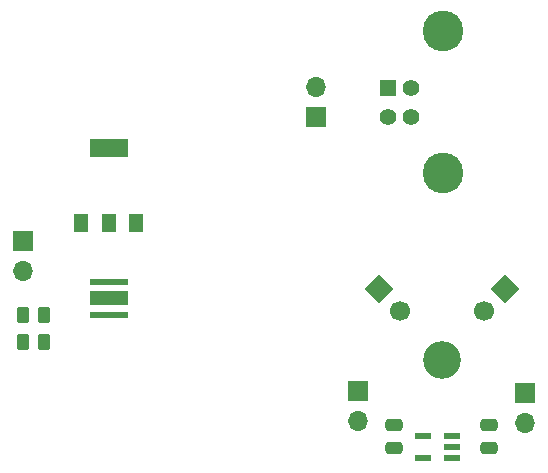
<source format=gts>
%TF.GenerationSoftware,KiCad,Pcbnew,7.0.5*%
%TF.CreationDate,2024-02-12T20:36:51+02:00*%
%TF.ProjectId,Desk Lamp,4465736b-204c-4616-9d70-2e6b69636164,rev?*%
%TF.SameCoordinates,Original*%
%TF.FileFunction,Soldermask,Top*%
%TF.FilePolarity,Negative*%
%FSLAX46Y46*%
G04 Gerber Fmt 4.6, Leading zero omitted, Abs format (unit mm)*
G04 Created by KiCad (PCBNEW 7.0.5) date 2024-02-12 20:36:51*
%MOMM*%
%LPD*%
G01*
G04 APERTURE LIST*
G04 Aperture macros list*
%AMRoundRect*
0 Rectangle with rounded corners*
0 $1 Rounding radius*
0 $2 $3 $4 $5 $6 $7 $8 $9 X,Y pos of 4 corners*
0 Add a 4 corners polygon primitive as box body*
4,1,4,$2,$3,$4,$5,$6,$7,$8,$9,$2,$3,0*
0 Add four circle primitives for the rounded corners*
1,1,$1+$1,$2,$3*
1,1,$1+$1,$4,$5*
1,1,$1+$1,$6,$7*
1,1,$1+$1,$8,$9*
0 Add four rect primitives between the rounded corners*
20,1,$1+$1,$2,$3,$4,$5,0*
20,1,$1+$1,$4,$5,$6,$7,0*
20,1,$1+$1,$6,$7,$8,$9,0*
20,1,$1+$1,$8,$9,$2,$3,0*%
%AMHorizOval*
0 Thick line with rounded ends*
0 $1 width*
0 $2 $3 position (X,Y) of the first rounded end (center of the circle)*
0 $4 $5 position (X,Y) of the second rounded end (center of the circle)*
0 Add line between two ends*
20,1,$1,$2,$3,$4,$5,0*
0 Add two circle primitives to create the rounded ends*
1,1,$1,$2,$3*
1,1,$1,$4,$5*%
%AMRotRect*
0 Rectangle, with rotation*
0 The origin of the aperture is its center*
0 $1 length*
0 $2 width*
0 $3 Rotation angle, in degrees counterclockwise*
0 Add horizontal line*
21,1,$1,$2,0,0,$3*%
G04 Aperture macros list end*
%ADD10R,1.700000X1.700000*%
%ADD11O,1.700000X1.700000*%
%ADD12R,1.200000X1.500000*%
%ADD13R,3.300000X1.500000*%
%ADD14RoundRect,0.250000X-0.475000X0.250000X-0.475000X-0.250000X0.475000X-0.250000X0.475000X0.250000X0*%
%ADD15RotRect,1.700000X1.700000X45.000000*%
%ADD16HorizOval,1.700000X0.000000X0.000000X0.000000X0.000000X0*%
%ADD17RotRect,1.700000X1.700000X315.000000*%
%ADD18HorizOval,1.700000X0.000000X0.000000X0.000000X0.000000X0*%
%ADD19R,1.400000X1.400000*%
%ADD20C,1.400000*%
%ADD21C,3.450000*%
%ADD22RoundRect,0.250000X0.262500X0.450000X-0.262500X0.450000X-0.262500X-0.450000X0.262500X-0.450000X0*%
%ADD23C,3.200000*%
%ADD24R,3.300000X0.500000*%
%ADD25R,3.300000X1.300000*%
%ADD26R,1.400000X0.600000*%
G04 APERTURE END LIST*
D10*
%TO.C,J_{Battery+}1*%
X129336973Y-114853000D03*
D11*
X129336973Y-117393000D03*
%TD*%
D12*
%TO.C,IC1*%
X91812523Y-100498424D03*
X94112523Y-100498424D03*
X96412523Y-100498424D03*
D13*
X94112523Y-94098424D03*
%TD*%
D10*
%TO.C,J_{VUSB+}1*%
X115241973Y-114721000D03*
D11*
X115241973Y-117261000D03*
%TD*%
D14*
%TO.C,C1*%
X118289973Y-117601999D03*
X118289973Y-119501999D03*
%TD*%
D15*
%TO.C,J_{VOUT}1*%
X117005412Y-106077439D03*
D16*
X118801463Y-107873490D03*
%TD*%
D17*
%TO.C,J_{Switch}1*%
X127698535Y-106077439D03*
D18*
X125902484Y-107873490D03*
%TD*%
D19*
%TO.C,J2*%
X117728000Y-88996000D03*
D20*
X117728000Y-91496000D03*
X119728000Y-91496000D03*
X119728000Y-88996000D03*
D21*
X122428000Y-84226000D03*
X122428000Y-96266000D03*
%TD*%
D10*
%TO.C,J_{VIN}1*%
X86873523Y-101997424D03*
D11*
X86873523Y-104537424D03*
%TD*%
D22*
%TO.C,R1*%
X88675023Y-108230424D03*
X86850023Y-108230424D03*
%TD*%
D23*
%TO.C,H1*%
X122351973Y-112059000D03*
%TD*%
D24*
%TO.C,LED1*%
X94112523Y-108223424D03*
X94112523Y-105423424D03*
D25*
X94112523Y-106823424D03*
%TD*%
D26*
%TO.C,IC2*%
X123220973Y-120375000D03*
X123220973Y-119425000D03*
X123220973Y-118475000D03*
X120720973Y-118475000D03*
X120720973Y-120375000D03*
%TD*%
D22*
%TO.C,R2*%
X88675023Y-110516424D03*
X86850023Y-110516424D03*
%TD*%
D10*
%TO.C,J5*%
X111710576Y-91521523D03*
D11*
X111710576Y-88981523D03*
%TD*%
D14*
%TO.C,C2*%
X126290973Y-117602000D03*
X126290973Y-119502000D03*
%TD*%
M02*

</source>
